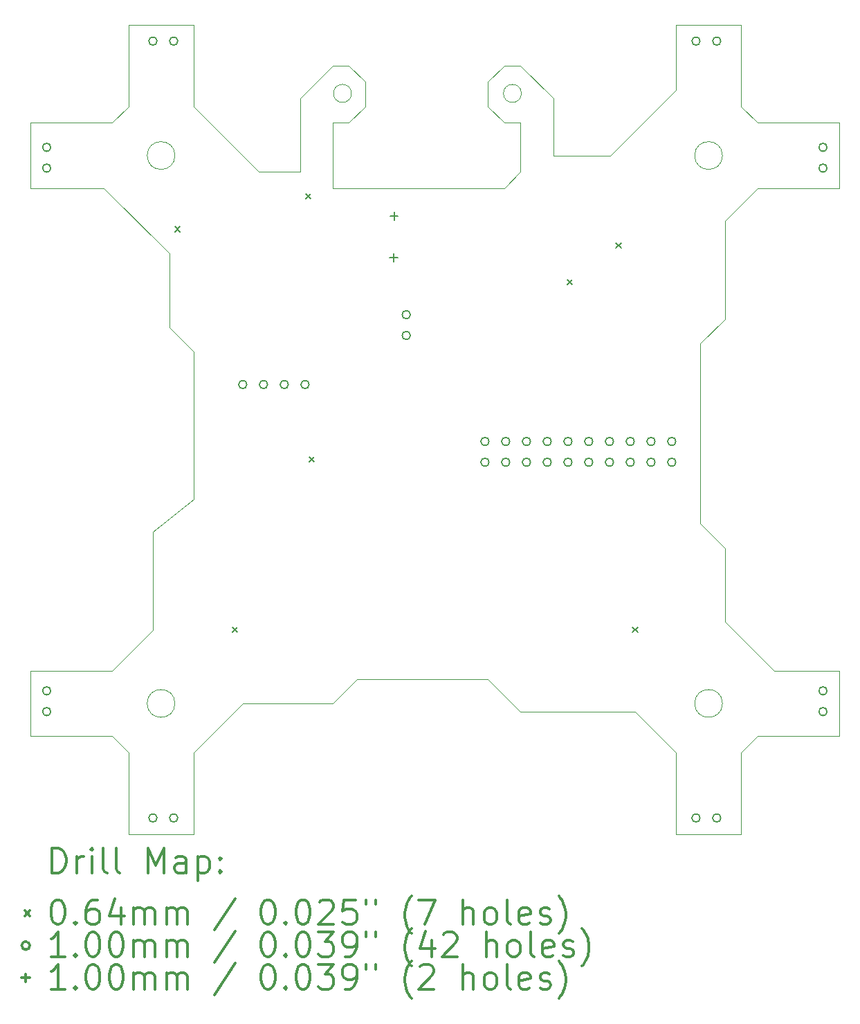
<source format=gbr>
%FSLAX45Y45*%
G04 Gerber Fmt 4.5, Leading zero omitted, Abs format (unit mm)*
G04 Created by KiCad (PCBNEW 4.0.1-stable) date 2017/05/05 18:15:28*
%MOMM*%
G01*
G04 APERTURE LIST*
%ADD10C,0.127000*%
%ADD11C,0.100000*%
%ADD12C,0.200000*%
%ADD13C,0.300000*%
G04 APERTURE END LIST*
D10*
D11*
X7600000Y-2800000D02*
X8300000Y-2800000D01*
X7600000Y-2100000D02*
X7600000Y-2800000D01*
X7000000Y-3200000D02*
X4900000Y-3200000D01*
X7200000Y-3000000D02*
X7000000Y-3200000D01*
X7200000Y-2400000D02*
X7200000Y-3000000D01*
X7000000Y-2400000D02*
X7200000Y-2400000D01*
X6800000Y-2200000D02*
X7000000Y-2400000D01*
X6800000Y-1900000D02*
X6800000Y-2200000D01*
X4500000Y-3000000D02*
X4000000Y-3000000D01*
X4500000Y-2100000D02*
X4500000Y-3000000D01*
X4900000Y-2400000D02*
X4900000Y-3200000D01*
X5100000Y-2400000D02*
X4900000Y-2400000D01*
X5300000Y-2200000D02*
X5100000Y-2400000D01*
X5300000Y-1900000D02*
X5300000Y-2200000D01*
X3200000Y-2200000D02*
X4000000Y-3000000D01*
X4900000Y-1700000D02*
X4500000Y-2100000D01*
X5100000Y-1700000D02*
X4900000Y-1700000D01*
X7200000Y-1700000D02*
X7600000Y-2100000D01*
X7000000Y-1700000D02*
X7200000Y-1700000D01*
X6800000Y-1900000D02*
X7000000Y-1700000D01*
X5100000Y-1700000D02*
X5300000Y-1900000D01*
X5130000Y-2040000D02*
G75*
G03X5130000Y-2040000I-110000J0D01*
G01*
X7210000Y-2040000D02*
G75*
G03X7210000Y-2040000I-110000J0D01*
G01*
X9700000Y-4800000D02*
X9400000Y-5100000D01*
X9700000Y-3600000D02*
X9700000Y-4800000D01*
X10100000Y-3200000D02*
X9700000Y-3600000D01*
X8300000Y-2800000D02*
X9100000Y-2000000D01*
X2900000Y-4000000D02*
X2100000Y-3200000D01*
X2900000Y-4900000D02*
X2900000Y-4000000D01*
X3200000Y-5200000D02*
X2900000Y-4900000D01*
X3200000Y-7000000D02*
X3200000Y-5200000D01*
X2700000Y-7400000D02*
X3200000Y-7000000D01*
X2700000Y-8600000D02*
X2700000Y-7400000D01*
X2200000Y-9100000D02*
X2700000Y-8600000D01*
X6800000Y-9200000D02*
X5200000Y-9200000D01*
X7200000Y-9600000D02*
X6800000Y-9200000D01*
X8600000Y-9600000D02*
X7200000Y-9600000D01*
X9100000Y-10100000D02*
X8600000Y-9600000D01*
X9700000Y-8500000D02*
X10300000Y-9100000D01*
X9700000Y-7600000D02*
X9700000Y-8500000D01*
X9400000Y-7300000D02*
X9700000Y-7600000D01*
X9400000Y-5100000D02*
X9400000Y-7300000D01*
X9100000Y-11100000D02*
X9100000Y-10100000D01*
X4900000Y-9500000D02*
X5200000Y-9200000D01*
X3800000Y-9500000D02*
X4900000Y-9500000D01*
X3200000Y-10100000D02*
X3800000Y-9500000D01*
X2200000Y-9900000D02*
X1200000Y-9900000D01*
X2200000Y-9100000D02*
X1200000Y-9100000D01*
X1200000Y-9900000D02*
X1200000Y-9100000D01*
X3200000Y-11100000D02*
X2400000Y-11100000D01*
X3200000Y-10100000D02*
X3200000Y-11100000D01*
X2400000Y-10100000D02*
X2400000Y-11100000D01*
X9900000Y-10100000D02*
X9900000Y-11100000D01*
X9900000Y-11100000D02*
X9100000Y-11100000D01*
X11100000Y-9100000D02*
X11100000Y-9900000D01*
X10300000Y-9100000D02*
X11100000Y-9100000D01*
X10100000Y-9900000D02*
X11100000Y-9900000D01*
X2400000Y-2200000D02*
X2400000Y-1200000D01*
X3200000Y-2200000D02*
X3200000Y-1200000D01*
X2400000Y-1200000D02*
X3200000Y-1200000D01*
X1200000Y-3200000D02*
X1200000Y-2400000D01*
X2100000Y-3200000D02*
X1200000Y-3200000D01*
X2200000Y-2400000D02*
X1200000Y-2400000D01*
X9100000Y-1200000D02*
X9900000Y-1200000D01*
X9100000Y-2000000D02*
X9100000Y-1200000D01*
X9900000Y-2200000D02*
X9900000Y-1200000D01*
X11100000Y-2400000D02*
X11100000Y-3200000D01*
X10100000Y-2400000D02*
X11100000Y-2400000D01*
X2200000Y-2400000D02*
X2400000Y-2200000D01*
X9900000Y-2200000D02*
X10100000Y-2400000D01*
X9900000Y-10100000D02*
X10100000Y-9900000D01*
X2400000Y-10100000D02*
X2200000Y-9900000D01*
X10100000Y-3200000D02*
X11100000Y-3200000D01*
X9670000Y-2800000D02*
G75*
G03X9670000Y-2800000I-170000J0D01*
G01*
X2970000Y-2800000D02*
G75*
G03X2970000Y-2800000I-170000J0D01*
G01*
X2970000Y-9500000D02*
G75*
G03X2970000Y-9500000I-170000J0D01*
G01*
X9670000Y-9500000D02*
G75*
G03X9670000Y-9500000I-170000J0D01*
G01*
D12*
X2968250Y-3668250D02*
X3031750Y-3731750D01*
X3031750Y-3668250D02*
X2968250Y-3731750D01*
X3673250Y-8568250D02*
X3736750Y-8631750D01*
X3736750Y-8568250D02*
X3673250Y-8631750D01*
X4568250Y-3268250D02*
X4631750Y-3331750D01*
X4631750Y-3268250D02*
X4568250Y-3331750D01*
X4611250Y-6482250D02*
X4674750Y-6545750D01*
X4674750Y-6482250D02*
X4611250Y-6545750D01*
X7768250Y-4318250D02*
X7831750Y-4381750D01*
X7831750Y-4318250D02*
X7768250Y-4381750D01*
X8368250Y-3868250D02*
X8431750Y-3931750D01*
X8431750Y-3868250D02*
X8368250Y-3931750D01*
X8568250Y-8568250D02*
X8631750Y-8631750D01*
X8631750Y-8568250D02*
X8568250Y-8631750D01*
X1450000Y-2700000D02*
G75*
G03X1450000Y-2700000I-50000J0D01*
G01*
X1450000Y-2954000D02*
G75*
G03X1450000Y-2954000I-50000J0D01*
G01*
X1450000Y-9346000D02*
G75*
G03X1450000Y-9346000I-50000J0D01*
G01*
X1450000Y-9600000D02*
G75*
G03X1450000Y-9600000I-50000J0D01*
G01*
X2750000Y-1400000D02*
G75*
G03X2750000Y-1400000I-50000J0D01*
G01*
X2750000Y-10900000D02*
G75*
G03X2750000Y-10900000I-50000J0D01*
G01*
X3004000Y-1400000D02*
G75*
G03X3004000Y-1400000I-50000J0D01*
G01*
X3004000Y-10900000D02*
G75*
G03X3004000Y-10900000I-50000J0D01*
G01*
X3850000Y-5600000D02*
G75*
G03X3850000Y-5600000I-50000J0D01*
G01*
X4104000Y-5600000D02*
G75*
G03X4104000Y-5600000I-50000J0D01*
G01*
X4358000Y-5600000D02*
G75*
G03X4358000Y-5600000I-50000J0D01*
G01*
X4612000Y-5600000D02*
G75*
G03X4612000Y-5600000I-50000J0D01*
G01*
X5850000Y-4746000D02*
G75*
G03X5850000Y-4746000I-50000J0D01*
G01*
X5850000Y-5000000D02*
G75*
G03X5850000Y-5000000I-50000J0D01*
G01*
X6814000Y-6296000D02*
G75*
G03X6814000Y-6296000I-50000J0D01*
G01*
X6814000Y-6550000D02*
G75*
G03X6814000Y-6550000I-50000J0D01*
G01*
X7068000Y-6296000D02*
G75*
G03X7068000Y-6296000I-50000J0D01*
G01*
X7068000Y-6550000D02*
G75*
G03X7068000Y-6550000I-50000J0D01*
G01*
X7322000Y-6296000D02*
G75*
G03X7322000Y-6296000I-50000J0D01*
G01*
X7322000Y-6550000D02*
G75*
G03X7322000Y-6550000I-50000J0D01*
G01*
X7576000Y-6296000D02*
G75*
G03X7576000Y-6296000I-50000J0D01*
G01*
X7576000Y-6550000D02*
G75*
G03X7576000Y-6550000I-50000J0D01*
G01*
X7830000Y-6296000D02*
G75*
G03X7830000Y-6296000I-50000J0D01*
G01*
X7830000Y-6550000D02*
G75*
G03X7830000Y-6550000I-50000J0D01*
G01*
X8084000Y-6296000D02*
G75*
G03X8084000Y-6296000I-50000J0D01*
G01*
X8084000Y-6550000D02*
G75*
G03X8084000Y-6550000I-50000J0D01*
G01*
X8338000Y-6296000D02*
G75*
G03X8338000Y-6296000I-50000J0D01*
G01*
X8338000Y-6550000D02*
G75*
G03X8338000Y-6550000I-50000J0D01*
G01*
X8592000Y-6296000D02*
G75*
G03X8592000Y-6296000I-50000J0D01*
G01*
X8592000Y-6550000D02*
G75*
G03X8592000Y-6550000I-50000J0D01*
G01*
X8846000Y-6296000D02*
G75*
G03X8846000Y-6296000I-50000J0D01*
G01*
X8846000Y-6550000D02*
G75*
G03X8846000Y-6550000I-50000J0D01*
G01*
X9100000Y-6296000D02*
G75*
G03X9100000Y-6296000I-50000J0D01*
G01*
X9100000Y-6550000D02*
G75*
G03X9100000Y-6550000I-50000J0D01*
G01*
X9396000Y-1400000D02*
G75*
G03X9396000Y-1400000I-50000J0D01*
G01*
X9396000Y-10900000D02*
G75*
G03X9396000Y-10900000I-50000J0D01*
G01*
X9650000Y-1400000D02*
G75*
G03X9650000Y-1400000I-50000J0D01*
G01*
X9650000Y-10900000D02*
G75*
G03X9650000Y-10900000I-50000J0D01*
G01*
X10950000Y-2700000D02*
G75*
G03X10950000Y-2700000I-50000J0D01*
G01*
X10950000Y-2954000D02*
G75*
G03X10950000Y-2954000I-50000J0D01*
G01*
X10950000Y-9346000D02*
G75*
G03X10950000Y-9346000I-50000J0D01*
G01*
X10950000Y-9600000D02*
G75*
G03X10950000Y-9600000I-50000J0D01*
G01*
X5650000Y-3999962D02*
X5650000Y-4100038D01*
X5599962Y-4050000D02*
X5700038Y-4050000D01*
X5651016Y-3491962D02*
X5651016Y-3592038D01*
X5600978Y-3542000D02*
X5701054Y-3542000D01*
D13*
X1466428Y-11570714D02*
X1466428Y-11270714D01*
X1537857Y-11270714D01*
X1580714Y-11285000D01*
X1609286Y-11313571D01*
X1623571Y-11342143D01*
X1637857Y-11399286D01*
X1637857Y-11442143D01*
X1623571Y-11499286D01*
X1609286Y-11527857D01*
X1580714Y-11556429D01*
X1537857Y-11570714D01*
X1466428Y-11570714D01*
X1766428Y-11570714D02*
X1766428Y-11370714D01*
X1766428Y-11427857D02*
X1780714Y-11399286D01*
X1795000Y-11385000D01*
X1823571Y-11370714D01*
X1852143Y-11370714D01*
X1952143Y-11570714D02*
X1952143Y-11370714D01*
X1952143Y-11270714D02*
X1937857Y-11285000D01*
X1952143Y-11299286D01*
X1966428Y-11285000D01*
X1952143Y-11270714D01*
X1952143Y-11299286D01*
X2137857Y-11570714D02*
X2109286Y-11556429D01*
X2095000Y-11527857D01*
X2095000Y-11270714D01*
X2295000Y-11570714D02*
X2266429Y-11556429D01*
X2252143Y-11527857D01*
X2252143Y-11270714D01*
X2637857Y-11570714D02*
X2637857Y-11270714D01*
X2737857Y-11485000D01*
X2837857Y-11270714D01*
X2837857Y-11570714D01*
X3109286Y-11570714D02*
X3109286Y-11413571D01*
X3095000Y-11385000D01*
X3066428Y-11370714D01*
X3009286Y-11370714D01*
X2980714Y-11385000D01*
X3109286Y-11556429D02*
X3080714Y-11570714D01*
X3009286Y-11570714D01*
X2980714Y-11556429D01*
X2966428Y-11527857D01*
X2966428Y-11499286D01*
X2980714Y-11470714D01*
X3009286Y-11456429D01*
X3080714Y-11456429D01*
X3109286Y-11442143D01*
X3252143Y-11370714D02*
X3252143Y-11670714D01*
X3252143Y-11385000D02*
X3280714Y-11370714D01*
X3337857Y-11370714D01*
X3366428Y-11385000D01*
X3380714Y-11399286D01*
X3395000Y-11427857D01*
X3395000Y-11513571D01*
X3380714Y-11542143D01*
X3366428Y-11556429D01*
X3337857Y-11570714D01*
X3280714Y-11570714D01*
X3252143Y-11556429D01*
X3523571Y-11542143D02*
X3537857Y-11556429D01*
X3523571Y-11570714D01*
X3509286Y-11556429D01*
X3523571Y-11542143D01*
X3523571Y-11570714D01*
X3523571Y-11385000D02*
X3537857Y-11399286D01*
X3523571Y-11413571D01*
X3509286Y-11399286D01*
X3523571Y-11385000D01*
X3523571Y-11413571D01*
X1131500Y-12033250D02*
X1195000Y-12096750D01*
X1195000Y-12033250D02*
X1131500Y-12096750D01*
X1523571Y-11900714D02*
X1552143Y-11900714D01*
X1580714Y-11915000D01*
X1595000Y-11929286D01*
X1609286Y-11957857D01*
X1623571Y-12015000D01*
X1623571Y-12086429D01*
X1609286Y-12143571D01*
X1595000Y-12172143D01*
X1580714Y-12186429D01*
X1552143Y-12200714D01*
X1523571Y-12200714D01*
X1495000Y-12186429D01*
X1480714Y-12172143D01*
X1466428Y-12143571D01*
X1452143Y-12086429D01*
X1452143Y-12015000D01*
X1466428Y-11957857D01*
X1480714Y-11929286D01*
X1495000Y-11915000D01*
X1523571Y-11900714D01*
X1752143Y-12172143D02*
X1766428Y-12186429D01*
X1752143Y-12200714D01*
X1737857Y-12186429D01*
X1752143Y-12172143D01*
X1752143Y-12200714D01*
X2023571Y-11900714D02*
X1966428Y-11900714D01*
X1937857Y-11915000D01*
X1923571Y-11929286D01*
X1895000Y-11972143D01*
X1880714Y-12029286D01*
X1880714Y-12143571D01*
X1895000Y-12172143D01*
X1909286Y-12186429D01*
X1937857Y-12200714D01*
X1995000Y-12200714D01*
X2023571Y-12186429D01*
X2037857Y-12172143D01*
X2052143Y-12143571D01*
X2052143Y-12072143D01*
X2037857Y-12043571D01*
X2023571Y-12029286D01*
X1995000Y-12015000D01*
X1937857Y-12015000D01*
X1909286Y-12029286D01*
X1895000Y-12043571D01*
X1880714Y-12072143D01*
X2309286Y-12000714D02*
X2309286Y-12200714D01*
X2237857Y-11886429D02*
X2166429Y-12100714D01*
X2352143Y-12100714D01*
X2466429Y-12200714D02*
X2466429Y-12000714D01*
X2466429Y-12029286D02*
X2480714Y-12015000D01*
X2509286Y-12000714D01*
X2552143Y-12000714D01*
X2580714Y-12015000D01*
X2595000Y-12043571D01*
X2595000Y-12200714D01*
X2595000Y-12043571D02*
X2609286Y-12015000D01*
X2637857Y-12000714D01*
X2680714Y-12000714D01*
X2709286Y-12015000D01*
X2723571Y-12043571D01*
X2723571Y-12200714D01*
X2866428Y-12200714D02*
X2866428Y-12000714D01*
X2866428Y-12029286D02*
X2880714Y-12015000D01*
X2909286Y-12000714D01*
X2952143Y-12000714D01*
X2980714Y-12015000D01*
X2995000Y-12043571D01*
X2995000Y-12200714D01*
X2995000Y-12043571D02*
X3009286Y-12015000D01*
X3037857Y-12000714D01*
X3080714Y-12000714D01*
X3109286Y-12015000D01*
X3123571Y-12043571D01*
X3123571Y-12200714D01*
X3709286Y-11886429D02*
X3452143Y-12272143D01*
X4095000Y-11900714D02*
X4123571Y-11900714D01*
X4152143Y-11915000D01*
X4166428Y-11929286D01*
X4180714Y-11957857D01*
X4195000Y-12015000D01*
X4195000Y-12086429D01*
X4180714Y-12143571D01*
X4166428Y-12172143D01*
X4152143Y-12186429D01*
X4123571Y-12200714D01*
X4095000Y-12200714D01*
X4066428Y-12186429D01*
X4052143Y-12172143D01*
X4037857Y-12143571D01*
X4023571Y-12086429D01*
X4023571Y-12015000D01*
X4037857Y-11957857D01*
X4052143Y-11929286D01*
X4066428Y-11915000D01*
X4095000Y-11900714D01*
X4323571Y-12172143D02*
X4337857Y-12186429D01*
X4323571Y-12200714D01*
X4309286Y-12186429D01*
X4323571Y-12172143D01*
X4323571Y-12200714D01*
X4523571Y-11900714D02*
X4552143Y-11900714D01*
X4580714Y-11915000D01*
X4595000Y-11929286D01*
X4609286Y-11957857D01*
X4623571Y-12015000D01*
X4623571Y-12086429D01*
X4609286Y-12143571D01*
X4595000Y-12172143D01*
X4580714Y-12186429D01*
X4552143Y-12200714D01*
X4523571Y-12200714D01*
X4495000Y-12186429D01*
X4480714Y-12172143D01*
X4466428Y-12143571D01*
X4452143Y-12086429D01*
X4452143Y-12015000D01*
X4466428Y-11957857D01*
X4480714Y-11929286D01*
X4495000Y-11915000D01*
X4523571Y-11900714D01*
X4737857Y-11929286D02*
X4752143Y-11915000D01*
X4780714Y-11900714D01*
X4852143Y-11900714D01*
X4880714Y-11915000D01*
X4895000Y-11929286D01*
X4909286Y-11957857D01*
X4909286Y-11986429D01*
X4895000Y-12029286D01*
X4723571Y-12200714D01*
X4909286Y-12200714D01*
X5180714Y-11900714D02*
X5037857Y-11900714D01*
X5023571Y-12043571D01*
X5037857Y-12029286D01*
X5066428Y-12015000D01*
X5137857Y-12015000D01*
X5166428Y-12029286D01*
X5180714Y-12043571D01*
X5195000Y-12072143D01*
X5195000Y-12143571D01*
X5180714Y-12172143D01*
X5166428Y-12186429D01*
X5137857Y-12200714D01*
X5066428Y-12200714D01*
X5037857Y-12186429D01*
X5023571Y-12172143D01*
X5309286Y-11900714D02*
X5309286Y-11957857D01*
X5423571Y-11900714D02*
X5423571Y-11957857D01*
X5866428Y-12315000D02*
X5852143Y-12300714D01*
X5823571Y-12257857D01*
X5809285Y-12229286D01*
X5795000Y-12186429D01*
X5780714Y-12115000D01*
X5780714Y-12057857D01*
X5795000Y-11986429D01*
X5809285Y-11943571D01*
X5823571Y-11915000D01*
X5852143Y-11872143D01*
X5866428Y-11857857D01*
X5952143Y-11900714D02*
X6152143Y-11900714D01*
X6023571Y-12200714D01*
X6495000Y-12200714D02*
X6495000Y-11900714D01*
X6623571Y-12200714D02*
X6623571Y-12043571D01*
X6609285Y-12015000D01*
X6580714Y-12000714D01*
X6537857Y-12000714D01*
X6509285Y-12015000D01*
X6495000Y-12029286D01*
X6809285Y-12200714D02*
X6780714Y-12186429D01*
X6766428Y-12172143D01*
X6752143Y-12143571D01*
X6752143Y-12057857D01*
X6766428Y-12029286D01*
X6780714Y-12015000D01*
X6809285Y-12000714D01*
X6852143Y-12000714D01*
X6880714Y-12015000D01*
X6895000Y-12029286D01*
X6909285Y-12057857D01*
X6909285Y-12143571D01*
X6895000Y-12172143D01*
X6880714Y-12186429D01*
X6852143Y-12200714D01*
X6809285Y-12200714D01*
X7080714Y-12200714D02*
X7052143Y-12186429D01*
X7037857Y-12157857D01*
X7037857Y-11900714D01*
X7309286Y-12186429D02*
X7280714Y-12200714D01*
X7223571Y-12200714D01*
X7195000Y-12186429D01*
X7180714Y-12157857D01*
X7180714Y-12043571D01*
X7195000Y-12015000D01*
X7223571Y-12000714D01*
X7280714Y-12000714D01*
X7309286Y-12015000D01*
X7323571Y-12043571D01*
X7323571Y-12072143D01*
X7180714Y-12100714D01*
X7437857Y-12186429D02*
X7466428Y-12200714D01*
X7523571Y-12200714D01*
X7552143Y-12186429D01*
X7566428Y-12157857D01*
X7566428Y-12143571D01*
X7552143Y-12115000D01*
X7523571Y-12100714D01*
X7480714Y-12100714D01*
X7452143Y-12086429D01*
X7437857Y-12057857D01*
X7437857Y-12043571D01*
X7452143Y-12015000D01*
X7480714Y-12000714D01*
X7523571Y-12000714D01*
X7552143Y-12015000D01*
X7666428Y-12315000D02*
X7680714Y-12300714D01*
X7709286Y-12257857D01*
X7723571Y-12229286D01*
X7737857Y-12186429D01*
X7752143Y-12115000D01*
X7752143Y-12057857D01*
X7737857Y-11986429D01*
X7723571Y-11943571D01*
X7709286Y-11915000D01*
X7680714Y-11872143D01*
X7666428Y-11857857D01*
X1195000Y-12461000D02*
G75*
G03X1195000Y-12461000I-50000J0D01*
G01*
X1623571Y-12596714D02*
X1452143Y-12596714D01*
X1537857Y-12596714D02*
X1537857Y-12296714D01*
X1509286Y-12339571D01*
X1480714Y-12368143D01*
X1452143Y-12382429D01*
X1752143Y-12568143D02*
X1766428Y-12582429D01*
X1752143Y-12596714D01*
X1737857Y-12582429D01*
X1752143Y-12568143D01*
X1752143Y-12596714D01*
X1952143Y-12296714D02*
X1980714Y-12296714D01*
X2009286Y-12311000D01*
X2023571Y-12325286D01*
X2037857Y-12353857D01*
X2052143Y-12411000D01*
X2052143Y-12482429D01*
X2037857Y-12539571D01*
X2023571Y-12568143D01*
X2009286Y-12582429D01*
X1980714Y-12596714D01*
X1952143Y-12596714D01*
X1923571Y-12582429D01*
X1909286Y-12568143D01*
X1895000Y-12539571D01*
X1880714Y-12482429D01*
X1880714Y-12411000D01*
X1895000Y-12353857D01*
X1909286Y-12325286D01*
X1923571Y-12311000D01*
X1952143Y-12296714D01*
X2237857Y-12296714D02*
X2266429Y-12296714D01*
X2295000Y-12311000D01*
X2309286Y-12325286D01*
X2323571Y-12353857D01*
X2337857Y-12411000D01*
X2337857Y-12482429D01*
X2323571Y-12539571D01*
X2309286Y-12568143D01*
X2295000Y-12582429D01*
X2266429Y-12596714D01*
X2237857Y-12596714D01*
X2209286Y-12582429D01*
X2195000Y-12568143D01*
X2180714Y-12539571D01*
X2166429Y-12482429D01*
X2166429Y-12411000D01*
X2180714Y-12353857D01*
X2195000Y-12325286D01*
X2209286Y-12311000D01*
X2237857Y-12296714D01*
X2466429Y-12596714D02*
X2466429Y-12396714D01*
X2466429Y-12425286D02*
X2480714Y-12411000D01*
X2509286Y-12396714D01*
X2552143Y-12396714D01*
X2580714Y-12411000D01*
X2595000Y-12439571D01*
X2595000Y-12596714D01*
X2595000Y-12439571D02*
X2609286Y-12411000D01*
X2637857Y-12396714D01*
X2680714Y-12396714D01*
X2709286Y-12411000D01*
X2723571Y-12439571D01*
X2723571Y-12596714D01*
X2866428Y-12596714D02*
X2866428Y-12396714D01*
X2866428Y-12425286D02*
X2880714Y-12411000D01*
X2909286Y-12396714D01*
X2952143Y-12396714D01*
X2980714Y-12411000D01*
X2995000Y-12439571D01*
X2995000Y-12596714D01*
X2995000Y-12439571D02*
X3009286Y-12411000D01*
X3037857Y-12396714D01*
X3080714Y-12396714D01*
X3109286Y-12411000D01*
X3123571Y-12439571D01*
X3123571Y-12596714D01*
X3709286Y-12282429D02*
X3452143Y-12668143D01*
X4095000Y-12296714D02*
X4123571Y-12296714D01*
X4152143Y-12311000D01*
X4166428Y-12325286D01*
X4180714Y-12353857D01*
X4195000Y-12411000D01*
X4195000Y-12482429D01*
X4180714Y-12539571D01*
X4166428Y-12568143D01*
X4152143Y-12582429D01*
X4123571Y-12596714D01*
X4095000Y-12596714D01*
X4066428Y-12582429D01*
X4052143Y-12568143D01*
X4037857Y-12539571D01*
X4023571Y-12482429D01*
X4023571Y-12411000D01*
X4037857Y-12353857D01*
X4052143Y-12325286D01*
X4066428Y-12311000D01*
X4095000Y-12296714D01*
X4323571Y-12568143D02*
X4337857Y-12582429D01*
X4323571Y-12596714D01*
X4309286Y-12582429D01*
X4323571Y-12568143D01*
X4323571Y-12596714D01*
X4523571Y-12296714D02*
X4552143Y-12296714D01*
X4580714Y-12311000D01*
X4595000Y-12325286D01*
X4609286Y-12353857D01*
X4623571Y-12411000D01*
X4623571Y-12482429D01*
X4609286Y-12539571D01*
X4595000Y-12568143D01*
X4580714Y-12582429D01*
X4552143Y-12596714D01*
X4523571Y-12596714D01*
X4495000Y-12582429D01*
X4480714Y-12568143D01*
X4466428Y-12539571D01*
X4452143Y-12482429D01*
X4452143Y-12411000D01*
X4466428Y-12353857D01*
X4480714Y-12325286D01*
X4495000Y-12311000D01*
X4523571Y-12296714D01*
X4723571Y-12296714D02*
X4909286Y-12296714D01*
X4809286Y-12411000D01*
X4852143Y-12411000D01*
X4880714Y-12425286D01*
X4895000Y-12439571D01*
X4909286Y-12468143D01*
X4909286Y-12539571D01*
X4895000Y-12568143D01*
X4880714Y-12582429D01*
X4852143Y-12596714D01*
X4766428Y-12596714D01*
X4737857Y-12582429D01*
X4723571Y-12568143D01*
X5052143Y-12596714D02*
X5109286Y-12596714D01*
X5137857Y-12582429D01*
X5152143Y-12568143D01*
X5180714Y-12525286D01*
X5195000Y-12468143D01*
X5195000Y-12353857D01*
X5180714Y-12325286D01*
X5166428Y-12311000D01*
X5137857Y-12296714D01*
X5080714Y-12296714D01*
X5052143Y-12311000D01*
X5037857Y-12325286D01*
X5023571Y-12353857D01*
X5023571Y-12425286D01*
X5037857Y-12453857D01*
X5052143Y-12468143D01*
X5080714Y-12482429D01*
X5137857Y-12482429D01*
X5166428Y-12468143D01*
X5180714Y-12453857D01*
X5195000Y-12425286D01*
X5309286Y-12296714D02*
X5309286Y-12353857D01*
X5423571Y-12296714D02*
X5423571Y-12353857D01*
X5866428Y-12711000D02*
X5852143Y-12696714D01*
X5823571Y-12653857D01*
X5809285Y-12625286D01*
X5795000Y-12582429D01*
X5780714Y-12511000D01*
X5780714Y-12453857D01*
X5795000Y-12382429D01*
X5809285Y-12339571D01*
X5823571Y-12311000D01*
X5852143Y-12268143D01*
X5866428Y-12253857D01*
X6109285Y-12396714D02*
X6109285Y-12596714D01*
X6037857Y-12282429D02*
X5966428Y-12496714D01*
X6152143Y-12496714D01*
X6252143Y-12325286D02*
X6266428Y-12311000D01*
X6295000Y-12296714D01*
X6366428Y-12296714D01*
X6395000Y-12311000D01*
X6409285Y-12325286D01*
X6423571Y-12353857D01*
X6423571Y-12382429D01*
X6409285Y-12425286D01*
X6237857Y-12596714D01*
X6423571Y-12596714D01*
X6780714Y-12596714D02*
X6780714Y-12296714D01*
X6909285Y-12596714D02*
X6909285Y-12439571D01*
X6895000Y-12411000D01*
X6866428Y-12396714D01*
X6823571Y-12396714D01*
X6795000Y-12411000D01*
X6780714Y-12425286D01*
X7095000Y-12596714D02*
X7066428Y-12582429D01*
X7052143Y-12568143D01*
X7037857Y-12539571D01*
X7037857Y-12453857D01*
X7052143Y-12425286D01*
X7066428Y-12411000D01*
X7095000Y-12396714D01*
X7137857Y-12396714D01*
X7166428Y-12411000D01*
X7180714Y-12425286D01*
X7195000Y-12453857D01*
X7195000Y-12539571D01*
X7180714Y-12568143D01*
X7166428Y-12582429D01*
X7137857Y-12596714D01*
X7095000Y-12596714D01*
X7366428Y-12596714D02*
X7337857Y-12582429D01*
X7323571Y-12553857D01*
X7323571Y-12296714D01*
X7595000Y-12582429D02*
X7566428Y-12596714D01*
X7509286Y-12596714D01*
X7480714Y-12582429D01*
X7466428Y-12553857D01*
X7466428Y-12439571D01*
X7480714Y-12411000D01*
X7509286Y-12396714D01*
X7566428Y-12396714D01*
X7595000Y-12411000D01*
X7609286Y-12439571D01*
X7609286Y-12468143D01*
X7466428Y-12496714D01*
X7723571Y-12582429D02*
X7752143Y-12596714D01*
X7809286Y-12596714D01*
X7837857Y-12582429D01*
X7852143Y-12553857D01*
X7852143Y-12539571D01*
X7837857Y-12511000D01*
X7809286Y-12496714D01*
X7766428Y-12496714D01*
X7737857Y-12482429D01*
X7723571Y-12453857D01*
X7723571Y-12439571D01*
X7737857Y-12411000D01*
X7766428Y-12396714D01*
X7809286Y-12396714D01*
X7837857Y-12411000D01*
X7952143Y-12711000D02*
X7966428Y-12696714D01*
X7995000Y-12653857D01*
X8009286Y-12625286D01*
X8023571Y-12582429D01*
X8037857Y-12511000D01*
X8037857Y-12453857D01*
X8023571Y-12382429D01*
X8009286Y-12339571D01*
X7995000Y-12311000D01*
X7966428Y-12268143D01*
X7952143Y-12253857D01*
X1144962Y-12806962D02*
X1144962Y-12907038D01*
X1094924Y-12857000D02*
X1195000Y-12857000D01*
X1623571Y-12992714D02*
X1452143Y-12992714D01*
X1537857Y-12992714D02*
X1537857Y-12692714D01*
X1509286Y-12735571D01*
X1480714Y-12764143D01*
X1452143Y-12778429D01*
X1752143Y-12964143D02*
X1766428Y-12978429D01*
X1752143Y-12992714D01*
X1737857Y-12978429D01*
X1752143Y-12964143D01*
X1752143Y-12992714D01*
X1952143Y-12692714D02*
X1980714Y-12692714D01*
X2009286Y-12707000D01*
X2023571Y-12721286D01*
X2037857Y-12749857D01*
X2052143Y-12807000D01*
X2052143Y-12878429D01*
X2037857Y-12935571D01*
X2023571Y-12964143D01*
X2009286Y-12978429D01*
X1980714Y-12992714D01*
X1952143Y-12992714D01*
X1923571Y-12978429D01*
X1909286Y-12964143D01*
X1895000Y-12935571D01*
X1880714Y-12878429D01*
X1880714Y-12807000D01*
X1895000Y-12749857D01*
X1909286Y-12721286D01*
X1923571Y-12707000D01*
X1952143Y-12692714D01*
X2237857Y-12692714D02*
X2266429Y-12692714D01*
X2295000Y-12707000D01*
X2309286Y-12721286D01*
X2323571Y-12749857D01*
X2337857Y-12807000D01*
X2337857Y-12878429D01*
X2323571Y-12935571D01*
X2309286Y-12964143D01*
X2295000Y-12978429D01*
X2266429Y-12992714D01*
X2237857Y-12992714D01*
X2209286Y-12978429D01*
X2195000Y-12964143D01*
X2180714Y-12935571D01*
X2166429Y-12878429D01*
X2166429Y-12807000D01*
X2180714Y-12749857D01*
X2195000Y-12721286D01*
X2209286Y-12707000D01*
X2237857Y-12692714D01*
X2466429Y-12992714D02*
X2466429Y-12792714D01*
X2466429Y-12821286D02*
X2480714Y-12807000D01*
X2509286Y-12792714D01*
X2552143Y-12792714D01*
X2580714Y-12807000D01*
X2595000Y-12835571D01*
X2595000Y-12992714D01*
X2595000Y-12835571D02*
X2609286Y-12807000D01*
X2637857Y-12792714D01*
X2680714Y-12792714D01*
X2709286Y-12807000D01*
X2723571Y-12835571D01*
X2723571Y-12992714D01*
X2866428Y-12992714D02*
X2866428Y-12792714D01*
X2866428Y-12821286D02*
X2880714Y-12807000D01*
X2909286Y-12792714D01*
X2952143Y-12792714D01*
X2980714Y-12807000D01*
X2995000Y-12835571D01*
X2995000Y-12992714D01*
X2995000Y-12835571D02*
X3009286Y-12807000D01*
X3037857Y-12792714D01*
X3080714Y-12792714D01*
X3109286Y-12807000D01*
X3123571Y-12835571D01*
X3123571Y-12992714D01*
X3709286Y-12678429D02*
X3452143Y-13064143D01*
X4095000Y-12692714D02*
X4123571Y-12692714D01*
X4152143Y-12707000D01*
X4166428Y-12721286D01*
X4180714Y-12749857D01*
X4195000Y-12807000D01*
X4195000Y-12878429D01*
X4180714Y-12935571D01*
X4166428Y-12964143D01*
X4152143Y-12978429D01*
X4123571Y-12992714D01*
X4095000Y-12992714D01*
X4066428Y-12978429D01*
X4052143Y-12964143D01*
X4037857Y-12935571D01*
X4023571Y-12878429D01*
X4023571Y-12807000D01*
X4037857Y-12749857D01*
X4052143Y-12721286D01*
X4066428Y-12707000D01*
X4095000Y-12692714D01*
X4323571Y-12964143D02*
X4337857Y-12978429D01*
X4323571Y-12992714D01*
X4309286Y-12978429D01*
X4323571Y-12964143D01*
X4323571Y-12992714D01*
X4523571Y-12692714D02*
X4552143Y-12692714D01*
X4580714Y-12707000D01*
X4595000Y-12721286D01*
X4609286Y-12749857D01*
X4623571Y-12807000D01*
X4623571Y-12878429D01*
X4609286Y-12935571D01*
X4595000Y-12964143D01*
X4580714Y-12978429D01*
X4552143Y-12992714D01*
X4523571Y-12992714D01*
X4495000Y-12978429D01*
X4480714Y-12964143D01*
X4466428Y-12935571D01*
X4452143Y-12878429D01*
X4452143Y-12807000D01*
X4466428Y-12749857D01*
X4480714Y-12721286D01*
X4495000Y-12707000D01*
X4523571Y-12692714D01*
X4723571Y-12692714D02*
X4909286Y-12692714D01*
X4809286Y-12807000D01*
X4852143Y-12807000D01*
X4880714Y-12821286D01*
X4895000Y-12835571D01*
X4909286Y-12864143D01*
X4909286Y-12935571D01*
X4895000Y-12964143D01*
X4880714Y-12978429D01*
X4852143Y-12992714D01*
X4766428Y-12992714D01*
X4737857Y-12978429D01*
X4723571Y-12964143D01*
X5052143Y-12992714D02*
X5109286Y-12992714D01*
X5137857Y-12978429D01*
X5152143Y-12964143D01*
X5180714Y-12921286D01*
X5195000Y-12864143D01*
X5195000Y-12749857D01*
X5180714Y-12721286D01*
X5166428Y-12707000D01*
X5137857Y-12692714D01*
X5080714Y-12692714D01*
X5052143Y-12707000D01*
X5037857Y-12721286D01*
X5023571Y-12749857D01*
X5023571Y-12821286D01*
X5037857Y-12849857D01*
X5052143Y-12864143D01*
X5080714Y-12878429D01*
X5137857Y-12878429D01*
X5166428Y-12864143D01*
X5180714Y-12849857D01*
X5195000Y-12821286D01*
X5309286Y-12692714D02*
X5309286Y-12749857D01*
X5423571Y-12692714D02*
X5423571Y-12749857D01*
X5866428Y-13107000D02*
X5852143Y-13092714D01*
X5823571Y-13049857D01*
X5809285Y-13021286D01*
X5795000Y-12978429D01*
X5780714Y-12907000D01*
X5780714Y-12849857D01*
X5795000Y-12778429D01*
X5809285Y-12735571D01*
X5823571Y-12707000D01*
X5852143Y-12664143D01*
X5866428Y-12649857D01*
X5966428Y-12721286D02*
X5980714Y-12707000D01*
X6009285Y-12692714D01*
X6080714Y-12692714D01*
X6109285Y-12707000D01*
X6123571Y-12721286D01*
X6137857Y-12749857D01*
X6137857Y-12778429D01*
X6123571Y-12821286D01*
X5952143Y-12992714D01*
X6137857Y-12992714D01*
X6495000Y-12992714D02*
X6495000Y-12692714D01*
X6623571Y-12992714D02*
X6623571Y-12835571D01*
X6609285Y-12807000D01*
X6580714Y-12792714D01*
X6537857Y-12792714D01*
X6509285Y-12807000D01*
X6495000Y-12821286D01*
X6809285Y-12992714D02*
X6780714Y-12978429D01*
X6766428Y-12964143D01*
X6752143Y-12935571D01*
X6752143Y-12849857D01*
X6766428Y-12821286D01*
X6780714Y-12807000D01*
X6809285Y-12792714D01*
X6852143Y-12792714D01*
X6880714Y-12807000D01*
X6895000Y-12821286D01*
X6909285Y-12849857D01*
X6909285Y-12935571D01*
X6895000Y-12964143D01*
X6880714Y-12978429D01*
X6852143Y-12992714D01*
X6809285Y-12992714D01*
X7080714Y-12992714D02*
X7052143Y-12978429D01*
X7037857Y-12949857D01*
X7037857Y-12692714D01*
X7309286Y-12978429D02*
X7280714Y-12992714D01*
X7223571Y-12992714D01*
X7195000Y-12978429D01*
X7180714Y-12949857D01*
X7180714Y-12835571D01*
X7195000Y-12807000D01*
X7223571Y-12792714D01*
X7280714Y-12792714D01*
X7309286Y-12807000D01*
X7323571Y-12835571D01*
X7323571Y-12864143D01*
X7180714Y-12892714D01*
X7437857Y-12978429D02*
X7466428Y-12992714D01*
X7523571Y-12992714D01*
X7552143Y-12978429D01*
X7566428Y-12949857D01*
X7566428Y-12935571D01*
X7552143Y-12907000D01*
X7523571Y-12892714D01*
X7480714Y-12892714D01*
X7452143Y-12878429D01*
X7437857Y-12849857D01*
X7437857Y-12835571D01*
X7452143Y-12807000D01*
X7480714Y-12792714D01*
X7523571Y-12792714D01*
X7552143Y-12807000D01*
X7666428Y-13107000D02*
X7680714Y-13092714D01*
X7709286Y-13049857D01*
X7723571Y-13021286D01*
X7737857Y-12978429D01*
X7752143Y-12907000D01*
X7752143Y-12849857D01*
X7737857Y-12778429D01*
X7723571Y-12735571D01*
X7709286Y-12707000D01*
X7680714Y-12664143D01*
X7666428Y-12649857D01*
M02*

</source>
